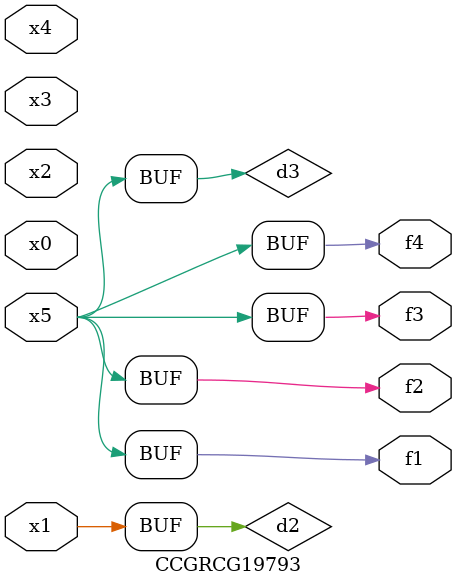
<source format=v>
module CCGRCG19793(
	input x0, x1, x2, x3, x4, x5,
	output f1, f2, f3, f4
);

	wire d1, d2, d3;

	not (d1, x5);
	or (d2, x1);
	xnor (d3, d1);
	assign f1 = d3;
	assign f2 = d3;
	assign f3 = d3;
	assign f4 = d3;
endmodule

</source>
